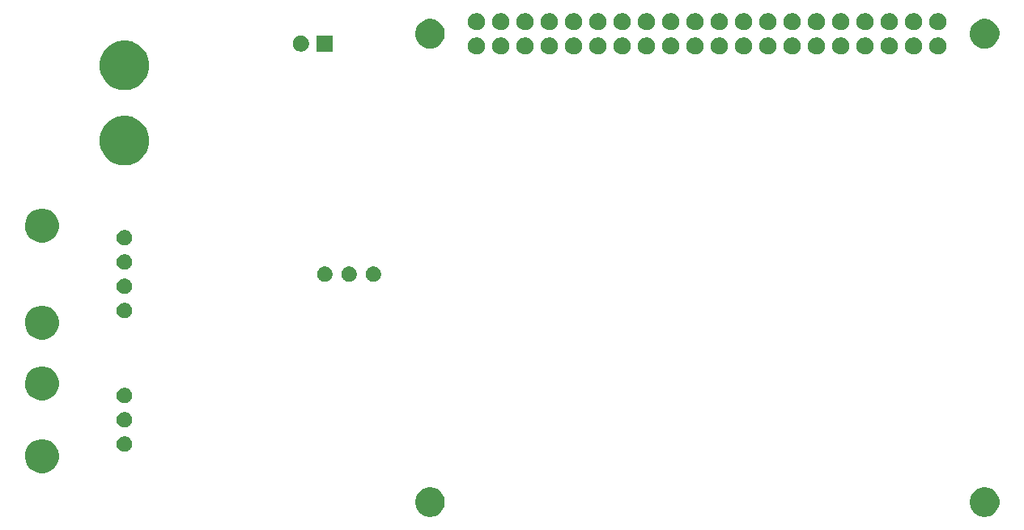
<source format=gbr>
G04 #@! TF.GenerationSoftware,KiCad,Pcbnew,(5.0.0)*
G04 #@! TF.CreationDate,2019-09-27T20:42:56-05:00*
G04 #@! TF.ProjectId,RaspberryPiBreakout_Hardware,5261737062657272795069427265616B,rev?*
G04 #@! TF.SameCoordinates,Original*
G04 #@! TF.FileFunction,Soldermask,Bot*
G04 #@! TF.FilePolarity,Negative*
%FSLAX46Y46*%
G04 Gerber Fmt 4.6, Leading zero omitted, Abs format (unit mm)*
G04 Created by KiCad (PCBNEW (5.0.0)) date 09/27/19 20:42:56*
%MOMM*%
%LPD*%
G01*
G04 APERTURE LIST*
%ADD10C,0.100000*%
G04 APERTURE END LIST*
D10*
G36*
X176672527Y-125212736D02*
X176772410Y-125232604D01*
X177054674Y-125349521D01*
X177308705Y-125519259D01*
X177524741Y-125735295D01*
X177694479Y-125989326D01*
X177811396Y-126271590D01*
X177871000Y-126571240D01*
X177871000Y-126876760D01*
X177811396Y-127176410D01*
X177694479Y-127458674D01*
X177524741Y-127712705D01*
X177308705Y-127928741D01*
X177054674Y-128098479D01*
X176772410Y-128215396D01*
X176672527Y-128235264D01*
X176472762Y-128275000D01*
X176167238Y-128275000D01*
X175967473Y-128235264D01*
X175867590Y-128215396D01*
X175585326Y-128098479D01*
X175331295Y-127928741D01*
X175115259Y-127712705D01*
X174945521Y-127458674D01*
X174828604Y-127176410D01*
X174769000Y-126876760D01*
X174769000Y-126571240D01*
X174828604Y-126271590D01*
X174945521Y-125989326D01*
X175115259Y-125735295D01*
X175331295Y-125519259D01*
X175585326Y-125349521D01*
X175867590Y-125232604D01*
X175967473Y-125212736D01*
X176167238Y-125173000D01*
X176472762Y-125173000D01*
X176672527Y-125212736D01*
X176672527Y-125212736D01*
G37*
G36*
X118672527Y-125212736D02*
X118772410Y-125232604D01*
X119054674Y-125349521D01*
X119308705Y-125519259D01*
X119524741Y-125735295D01*
X119694479Y-125989326D01*
X119811396Y-126271590D01*
X119871000Y-126571240D01*
X119871000Y-126876760D01*
X119811396Y-127176410D01*
X119694479Y-127458674D01*
X119524741Y-127712705D01*
X119308705Y-127928741D01*
X119054674Y-128098479D01*
X118772410Y-128215396D01*
X118672527Y-128235264D01*
X118472762Y-128275000D01*
X118167238Y-128275000D01*
X117967473Y-128235264D01*
X117867590Y-128215396D01*
X117585326Y-128098479D01*
X117331295Y-127928741D01*
X117115259Y-127712705D01*
X116945521Y-127458674D01*
X116828604Y-127176410D01*
X116769000Y-126876760D01*
X116769000Y-126571240D01*
X116828604Y-126271590D01*
X116945521Y-125989326D01*
X117115259Y-125735295D01*
X117331295Y-125519259D01*
X117585326Y-125349521D01*
X117867590Y-125232604D01*
X117967473Y-125212736D01*
X118167238Y-125173000D01*
X118472762Y-125173000D01*
X118672527Y-125212736D01*
X118672527Y-125212736D01*
G37*
G36*
X78242037Y-120212250D02*
X78242039Y-120212251D01*
X78242040Y-120212251D01*
X78565251Y-120346129D01*
X78565252Y-120346130D01*
X78856137Y-120540493D01*
X79103507Y-120787863D01*
X79103509Y-120787866D01*
X79297871Y-121078749D01*
X79418705Y-121370470D01*
X79431750Y-121401963D01*
X79443891Y-121463000D01*
X79500000Y-121745079D01*
X79500000Y-122094921D01*
X79431749Y-122438040D01*
X79297871Y-122761251D01*
X79297870Y-122761252D01*
X79103507Y-123052137D01*
X78856137Y-123299507D01*
X78856134Y-123299509D01*
X78565251Y-123493871D01*
X78242040Y-123627749D01*
X78242039Y-123627749D01*
X78242037Y-123627750D01*
X77898922Y-123696000D01*
X77549078Y-123696000D01*
X77205963Y-123627750D01*
X77205961Y-123627749D01*
X77205960Y-123627749D01*
X76882749Y-123493871D01*
X76591866Y-123299509D01*
X76591863Y-123299507D01*
X76344493Y-123052137D01*
X76150130Y-122761252D01*
X76150129Y-122761251D01*
X76016251Y-122438040D01*
X75948000Y-122094921D01*
X75948000Y-121745079D01*
X76004109Y-121463000D01*
X76016250Y-121401963D01*
X76029295Y-121370470D01*
X76150129Y-121078749D01*
X76344491Y-120787866D01*
X76344493Y-120787863D01*
X76591863Y-120540493D01*
X76882748Y-120346130D01*
X76882749Y-120346129D01*
X77205960Y-120212251D01*
X77205961Y-120212251D01*
X77205963Y-120212250D01*
X77549078Y-120144000D01*
X77898922Y-120144000D01*
X78242037Y-120212250D01*
X78242037Y-120212250D01*
G37*
G36*
X86597142Y-119868242D02*
X86745102Y-119929530D01*
X86878258Y-120018502D01*
X86991498Y-120131742D01*
X87080470Y-120264898D01*
X87141758Y-120412858D01*
X87173000Y-120569925D01*
X87173000Y-120730075D01*
X87141758Y-120887142D01*
X87080470Y-121035102D01*
X86991498Y-121168258D01*
X86878258Y-121281498D01*
X86745102Y-121370470D01*
X86597142Y-121431758D01*
X86440075Y-121463000D01*
X86279925Y-121463000D01*
X86122858Y-121431758D01*
X85974898Y-121370470D01*
X85841742Y-121281498D01*
X85728502Y-121168258D01*
X85639530Y-121035102D01*
X85578242Y-120887142D01*
X85547000Y-120730075D01*
X85547000Y-120569925D01*
X85578242Y-120412858D01*
X85639530Y-120264898D01*
X85728502Y-120131742D01*
X85841742Y-120018502D01*
X85974898Y-119929530D01*
X86122858Y-119868242D01*
X86279925Y-119837000D01*
X86440075Y-119837000D01*
X86597142Y-119868242D01*
X86597142Y-119868242D01*
G37*
G36*
X86597142Y-117328242D02*
X86745102Y-117389530D01*
X86878258Y-117478502D01*
X86991498Y-117591742D01*
X87080470Y-117724898D01*
X87141758Y-117872858D01*
X87173000Y-118029925D01*
X87173000Y-118190075D01*
X87141758Y-118347142D01*
X87080470Y-118495102D01*
X86991498Y-118628258D01*
X86878258Y-118741498D01*
X86745102Y-118830470D01*
X86597142Y-118891758D01*
X86440075Y-118923000D01*
X86279925Y-118923000D01*
X86122858Y-118891758D01*
X85974898Y-118830470D01*
X85841742Y-118741498D01*
X85728502Y-118628258D01*
X85639530Y-118495102D01*
X85578242Y-118347142D01*
X85547000Y-118190075D01*
X85547000Y-118029925D01*
X85578242Y-117872858D01*
X85639530Y-117724898D01*
X85728502Y-117591742D01*
X85841742Y-117478502D01*
X85974898Y-117389530D01*
X86122858Y-117328242D01*
X86279925Y-117297000D01*
X86440075Y-117297000D01*
X86597142Y-117328242D01*
X86597142Y-117328242D01*
G37*
G36*
X86597142Y-114788242D02*
X86745102Y-114849530D01*
X86878258Y-114938502D01*
X86991498Y-115051742D01*
X87080470Y-115184898D01*
X87141758Y-115332858D01*
X87173000Y-115489925D01*
X87173000Y-115650075D01*
X87141758Y-115807142D01*
X87080470Y-115955102D01*
X86991498Y-116088258D01*
X86878258Y-116201498D01*
X86745102Y-116290470D01*
X86597142Y-116351758D01*
X86440075Y-116383000D01*
X86279925Y-116383000D01*
X86122858Y-116351758D01*
X85974898Y-116290470D01*
X85841742Y-116201498D01*
X85728502Y-116088258D01*
X85639530Y-115955102D01*
X85578242Y-115807142D01*
X85547000Y-115650075D01*
X85547000Y-115489925D01*
X85578242Y-115332858D01*
X85639530Y-115184898D01*
X85728502Y-115051742D01*
X85841742Y-114938502D01*
X85974898Y-114849530D01*
X86122858Y-114788242D01*
X86279925Y-114757000D01*
X86440075Y-114757000D01*
X86597142Y-114788242D01*
X86597142Y-114788242D01*
G37*
G36*
X78242037Y-112592250D02*
X78242039Y-112592251D01*
X78242040Y-112592251D01*
X78565251Y-112726129D01*
X78565252Y-112726130D01*
X78856137Y-112920493D01*
X79103507Y-113167863D01*
X79103509Y-113167866D01*
X79297871Y-113458749D01*
X79431749Y-113781960D01*
X79431750Y-113781963D01*
X79500000Y-114125078D01*
X79500000Y-114474922D01*
X79437677Y-114788242D01*
X79431749Y-114818040D01*
X79297871Y-115141251D01*
X79169844Y-115332857D01*
X79103507Y-115432137D01*
X78856137Y-115679507D01*
X78856134Y-115679509D01*
X78565251Y-115873871D01*
X78242040Y-116007749D01*
X78242039Y-116007749D01*
X78242037Y-116007750D01*
X77898922Y-116076000D01*
X77549078Y-116076000D01*
X77205963Y-116007750D01*
X77205961Y-116007749D01*
X77205960Y-116007749D01*
X76882749Y-115873871D01*
X76591866Y-115679509D01*
X76591863Y-115679507D01*
X76344493Y-115432137D01*
X76278156Y-115332857D01*
X76150129Y-115141251D01*
X76016251Y-114818040D01*
X76010324Y-114788242D01*
X75948000Y-114474922D01*
X75948000Y-114125078D01*
X76016250Y-113781963D01*
X76016251Y-113781960D01*
X76150129Y-113458749D01*
X76344491Y-113167866D01*
X76344493Y-113167863D01*
X76591863Y-112920493D01*
X76882748Y-112726130D01*
X76882749Y-112726129D01*
X77205960Y-112592251D01*
X77205961Y-112592251D01*
X77205963Y-112592250D01*
X77549078Y-112524000D01*
X77898922Y-112524000D01*
X78242037Y-112592250D01*
X78242037Y-112592250D01*
G37*
G36*
X78242037Y-106242250D02*
X78242039Y-106242251D01*
X78242040Y-106242251D01*
X78565251Y-106376129D01*
X78565252Y-106376130D01*
X78856137Y-106570493D01*
X79103507Y-106817863D01*
X79103509Y-106817866D01*
X79297871Y-107108749D01*
X79418705Y-107400470D01*
X79431750Y-107431963D01*
X79443891Y-107493000D01*
X79500000Y-107775079D01*
X79500000Y-108124921D01*
X79431749Y-108468040D01*
X79297871Y-108791251D01*
X79297870Y-108791252D01*
X79103507Y-109082137D01*
X78856137Y-109329507D01*
X78856134Y-109329509D01*
X78565251Y-109523871D01*
X78242040Y-109657749D01*
X78242039Y-109657749D01*
X78242037Y-109657750D01*
X77898922Y-109726000D01*
X77549078Y-109726000D01*
X77205963Y-109657750D01*
X77205961Y-109657749D01*
X77205960Y-109657749D01*
X76882749Y-109523871D01*
X76591866Y-109329509D01*
X76591863Y-109329507D01*
X76344493Y-109082137D01*
X76150130Y-108791252D01*
X76150129Y-108791251D01*
X76016251Y-108468040D01*
X75948000Y-108124921D01*
X75948000Y-107775079D01*
X76004109Y-107493000D01*
X76016250Y-107431963D01*
X76029295Y-107400470D01*
X76150129Y-107108749D01*
X76344491Y-106817866D01*
X76344493Y-106817863D01*
X76591863Y-106570493D01*
X76882748Y-106376130D01*
X76882749Y-106376129D01*
X77205960Y-106242251D01*
X77205961Y-106242251D01*
X77205963Y-106242250D01*
X77549078Y-106174000D01*
X77898922Y-106174000D01*
X78242037Y-106242250D01*
X78242037Y-106242250D01*
G37*
G36*
X86597142Y-105898242D02*
X86745102Y-105959530D01*
X86878258Y-106048502D01*
X86991498Y-106161742D01*
X87080470Y-106294898D01*
X87141758Y-106442858D01*
X87173000Y-106599925D01*
X87173000Y-106760075D01*
X87141758Y-106917142D01*
X87080470Y-107065102D01*
X86991498Y-107198258D01*
X86878258Y-107311498D01*
X86745102Y-107400470D01*
X86597142Y-107461758D01*
X86440075Y-107493000D01*
X86279925Y-107493000D01*
X86122858Y-107461758D01*
X85974898Y-107400470D01*
X85841742Y-107311498D01*
X85728502Y-107198258D01*
X85639530Y-107065102D01*
X85578242Y-106917142D01*
X85547000Y-106760075D01*
X85547000Y-106599925D01*
X85578242Y-106442858D01*
X85639530Y-106294898D01*
X85728502Y-106161742D01*
X85841742Y-106048502D01*
X85974898Y-105959530D01*
X86122858Y-105898242D01*
X86279925Y-105867000D01*
X86440075Y-105867000D01*
X86597142Y-105898242D01*
X86597142Y-105898242D01*
G37*
G36*
X86597142Y-103358242D02*
X86745102Y-103419530D01*
X86812130Y-103464317D01*
X86878257Y-103508501D01*
X86991499Y-103621743D01*
X87011554Y-103651758D01*
X87080470Y-103754898D01*
X87141758Y-103902858D01*
X87173000Y-104059925D01*
X87173000Y-104220075D01*
X87141758Y-104377142D01*
X87080470Y-104525102D01*
X86991498Y-104658258D01*
X86878258Y-104771498D01*
X86745102Y-104860470D01*
X86597142Y-104921758D01*
X86440075Y-104953000D01*
X86279925Y-104953000D01*
X86122858Y-104921758D01*
X85974898Y-104860470D01*
X85841742Y-104771498D01*
X85728502Y-104658258D01*
X85639530Y-104525102D01*
X85578242Y-104377142D01*
X85547000Y-104220075D01*
X85547000Y-104059925D01*
X85578242Y-103902858D01*
X85639530Y-103754898D01*
X85708446Y-103651758D01*
X85728501Y-103621743D01*
X85841743Y-103508501D01*
X85907870Y-103464317D01*
X85974898Y-103419530D01*
X86122858Y-103358242D01*
X86279925Y-103327000D01*
X86440075Y-103327000D01*
X86597142Y-103358242D01*
X86597142Y-103358242D01*
G37*
G36*
X112632142Y-102088242D02*
X112780102Y-102149530D01*
X112847130Y-102194317D01*
X112913257Y-102238501D01*
X113026499Y-102351743D01*
X113046554Y-102381758D01*
X113115470Y-102484898D01*
X113176758Y-102632858D01*
X113208000Y-102789925D01*
X113208000Y-102950075D01*
X113176758Y-103107142D01*
X113129354Y-103221583D01*
X113115471Y-103255100D01*
X113026499Y-103388257D01*
X112913257Y-103501499D01*
X112902776Y-103508502D01*
X112780102Y-103590470D01*
X112632142Y-103651758D01*
X112475075Y-103683000D01*
X112314925Y-103683000D01*
X112157858Y-103651758D01*
X112009898Y-103590470D01*
X111887224Y-103508502D01*
X111876743Y-103501499D01*
X111763501Y-103388257D01*
X111674529Y-103255100D01*
X111660646Y-103221583D01*
X111613242Y-103107142D01*
X111582000Y-102950075D01*
X111582000Y-102789925D01*
X111613242Y-102632858D01*
X111674530Y-102484898D01*
X111743446Y-102381758D01*
X111763501Y-102351743D01*
X111876743Y-102238501D01*
X111942870Y-102194317D01*
X112009898Y-102149530D01*
X112157858Y-102088242D01*
X112314925Y-102057000D01*
X112475075Y-102057000D01*
X112632142Y-102088242D01*
X112632142Y-102088242D01*
G37*
G36*
X107552142Y-102088242D02*
X107700102Y-102149530D01*
X107767130Y-102194317D01*
X107833257Y-102238501D01*
X107946499Y-102351743D01*
X107966554Y-102381758D01*
X108035470Y-102484898D01*
X108096758Y-102632858D01*
X108128000Y-102789925D01*
X108128000Y-102950075D01*
X108096758Y-103107142D01*
X108049354Y-103221583D01*
X108035471Y-103255100D01*
X107946499Y-103388257D01*
X107833257Y-103501499D01*
X107822776Y-103508502D01*
X107700102Y-103590470D01*
X107552142Y-103651758D01*
X107395075Y-103683000D01*
X107234925Y-103683000D01*
X107077858Y-103651758D01*
X106929898Y-103590470D01*
X106807224Y-103508502D01*
X106796743Y-103501499D01*
X106683501Y-103388257D01*
X106594529Y-103255100D01*
X106580646Y-103221583D01*
X106533242Y-103107142D01*
X106502000Y-102950075D01*
X106502000Y-102789925D01*
X106533242Y-102632858D01*
X106594530Y-102484898D01*
X106663446Y-102381758D01*
X106683501Y-102351743D01*
X106796743Y-102238501D01*
X106862870Y-102194317D01*
X106929898Y-102149530D01*
X107077858Y-102088242D01*
X107234925Y-102057000D01*
X107395075Y-102057000D01*
X107552142Y-102088242D01*
X107552142Y-102088242D01*
G37*
G36*
X110092142Y-102088242D02*
X110240102Y-102149530D01*
X110307130Y-102194317D01*
X110373257Y-102238501D01*
X110486499Y-102351743D01*
X110506554Y-102381758D01*
X110575470Y-102484898D01*
X110636758Y-102632858D01*
X110668000Y-102789925D01*
X110668000Y-102950075D01*
X110636758Y-103107142D01*
X110589354Y-103221583D01*
X110575471Y-103255100D01*
X110486499Y-103388257D01*
X110373257Y-103501499D01*
X110362776Y-103508502D01*
X110240102Y-103590470D01*
X110092142Y-103651758D01*
X109935075Y-103683000D01*
X109774925Y-103683000D01*
X109617858Y-103651758D01*
X109469898Y-103590470D01*
X109347224Y-103508502D01*
X109336743Y-103501499D01*
X109223501Y-103388257D01*
X109134529Y-103255100D01*
X109120646Y-103221583D01*
X109073242Y-103107142D01*
X109042000Y-102950075D01*
X109042000Y-102789925D01*
X109073242Y-102632858D01*
X109134530Y-102484898D01*
X109203446Y-102381758D01*
X109223501Y-102351743D01*
X109336743Y-102238501D01*
X109402870Y-102194317D01*
X109469898Y-102149530D01*
X109617858Y-102088242D01*
X109774925Y-102057000D01*
X109935075Y-102057000D01*
X110092142Y-102088242D01*
X110092142Y-102088242D01*
G37*
G36*
X86597142Y-100818242D02*
X86745102Y-100879530D01*
X86878258Y-100968502D01*
X86991498Y-101081742D01*
X87080470Y-101214898D01*
X87141758Y-101362858D01*
X87173000Y-101519925D01*
X87173000Y-101680075D01*
X87141758Y-101837142D01*
X87094354Y-101951583D01*
X87080471Y-101985100D01*
X86991499Y-102118257D01*
X86878257Y-102231499D01*
X86867776Y-102238502D01*
X86745102Y-102320470D01*
X86597142Y-102381758D01*
X86440075Y-102413000D01*
X86279925Y-102413000D01*
X86122858Y-102381758D01*
X85974898Y-102320470D01*
X85852224Y-102238502D01*
X85841743Y-102231499D01*
X85728501Y-102118257D01*
X85639529Y-101985100D01*
X85625646Y-101951583D01*
X85578242Y-101837142D01*
X85547000Y-101680075D01*
X85547000Y-101519925D01*
X85578242Y-101362858D01*
X85639530Y-101214898D01*
X85728502Y-101081742D01*
X85841742Y-100968502D01*
X85974898Y-100879530D01*
X86122858Y-100818242D01*
X86279925Y-100787000D01*
X86440075Y-100787000D01*
X86597142Y-100818242D01*
X86597142Y-100818242D01*
G37*
G36*
X86597142Y-98278242D02*
X86745102Y-98339530D01*
X86878258Y-98428502D01*
X86991498Y-98541742D01*
X87080470Y-98674898D01*
X87141758Y-98822858D01*
X87173000Y-98979925D01*
X87173000Y-99140075D01*
X87141758Y-99297142D01*
X87080470Y-99445102D01*
X86991498Y-99578258D01*
X86878258Y-99691498D01*
X86745102Y-99780470D01*
X86597142Y-99841758D01*
X86440075Y-99873000D01*
X86279925Y-99873000D01*
X86122858Y-99841758D01*
X85974898Y-99780470D01*
X85841742Y-99691498D01*
X85728502Y-99578258D01*
X85639530Y-99445102D01*
X85578242Y-99297142D01*
X85547000Y-99140075D01*
X85547000Y-98979925D01*
X85578242Y-98822858D01*
X85639530Y-98674898D01*
X85728502Y-98541742D01*
X85841742Y-98428502D01*
X85974898Y-98339530D01*
X86122858Y-98278242D01*
X86279925Y-98247000D01*
X86440075Y-98247000D01*
X86597142Y-98278242D01*
X86597142Y-98278242D01*
G37*
G36*
X78242037Y-96082250D02*
X78242039Y-96082251D01*
X78242040Y-96082251D01*
X78565251Y-96216129D01*
X78565252Y-96216130D01*
X78856137Y-96410493D01*
X79103507Y-96657863D01*
X79103509Y-96657866D01*
X79297871Y-96948749D01*
X79431749Y-97271960D01*
X79431750Y-97271963D01*
X79500000Y-97615078D01*
X79500000Y-97964922D01*
X79437677Y-98278242D01*
X79431749Y-98308040D01*
X79297871Y-98631251D01*
X79169844Y-98822857D01*
X79103507Y-98922137D01*
X78856137Y-99169507D01*
X78856134Y-99169509D01*
X78565251Y-99363871D01*
X78242040Y-99497749D01*
X78242039Y-99497749D01*
X78242037Y-99497750D01*
X77898922Y-99566000D01*
X77549078Y-99566000D01*
X77205963Y-99497750D01*
X77205961Y-99497749D01*
X77205960Y-99497749D01*
X76882749Y-99363871D01*
X76591866Y-99169509D01*
X76591863Y-99169507D01*
X76344493Y-98922137D01*
X76278156Y-98822857D01*
X76150129Y-98631251D01*
X76016251Y-98308040D01*
X76010324Y-98278242D01*
X75948000Y-97964922D01*
X75948000Y-97615078D01*
X76016250Y-97271963D01*
X76016251Y-97271960D01*
X76150129Y-96948749D01*
X76344491Y-96657866D01*
X76344493Y-96657863D01*
X76591863Y-96410493D01*
X76882748Y-96216130D01*
X76882749Y-96216129D01*
X77205960Y-96082251D01*
X77205961Y-96082251D01*
X77205963Y-96082250D01*
X77549078Y-96014000D01*
X77898922Y-96014000D01*
X78242037Y-96082250D01*
X78242037Y-96082250D01*
G37*
G36*
X86948908Y-86375380D02*
X87115767Y-86408570D01*
X87587299Y-86603885D01*
X88008803Y-86885526D01*
X88011669Y-86887441D01*
X88372559Y-87248331D01*
X88372561Y-87248334D01*
X88656115Y-87672701D01*
X88851430Y-88144233D01*
X88951000Y-88644809D01*
X88951000Y-89155191D01*
X88851430Y-89655767D01*
X88656115Y-90127299D01*
X88374474Y-90548803D01*
X88372559Y-90551669D01*
X88011669Y-90912559D01*
X88011666Y-90912561D01*
X87587299Y-91196115D01*
X87115767Y-91391430D01*
X86948908Y-91424620D01*
X86615193Y-91491000D01*
X86104807Y-91491000D01*
X85771092Y-91424620D01*
X85604233Y-91391430D01*
X85132701Y-91196115D01*
X84708334Y-90912561D01*
X84708331Y-90912559D01*
X84347441Y-90551669D01*
X84345526Y-90548803D01*
X84063885Y-90127299D01*
X83868570Y-89655767D01*
X83769000Y-89155191D01*
X83769000Y-88644809D01*
X83868570Y-88144233D01*
X84063885Y-87672701D01*
X84347439Y-87248334D01*
X84347441Y-87248331D01*
X84708331Y-86887441D01*
X84711197Y-86885526D01*
X85132701Y-86603885D01*
X85604233Y-86408570D01*
X85771092Y-86375380D01*
X86104807Y-86309000D01*
X86615193Y-86309000D01*
X86948908Y-86375380D01*
X86948908Y-86375380D01*
G37*
G36*
X86948908Y-78501380D02*
X87115767Y-78534570D01*
X87587299Y-78729885D01*
X87884902Y-78928738D01*
X88011669Y-79013441D01*
X88372559Y-79374331D01*
X88372561Y-79374334D01*
X88656115Y-79798701D01*
X88851430Y-80270233D01*
X88951000Y-80770809D01*
X88951000Y-81281191D01*
X88851430Y-81781767D01*
X88656115Y-82253299D01*
X88374474Y-82674803D01*
X88372559Y-82677669D01*
X88011669Y-83038559D01*
X88011666Y-83038561D01*
X87587299Y-83322115D01*
X87115767Y-83517430D01*
X86948908Y-83550620D01*
X86615193Y-83617000D01*
X86104807Y-83617000D01*
X85771092Y-83550620D01*
X85604233Y-83517430D01*
X85132701Y-83322115D01*
X84708334Y-83038561D01*
X84708331Y-83038559D01*
X84347441Y-82677669D01*
X84345526Y-82674803D01*
X84063885Y-82253299D01*
X83868570Y-81781767D01*
X83769000Y-81281191D01*
X83769000Y-80770809D01*
X83868570Y-80270233D01*
X84063885Y-79798701D01*
X84347439Y-79374334D01*
X84347441Y-79374331D01*
X84708331Y-79013441D01*
X84835098Y-78928738D01*
X85132701Y-78729885D01*
X85604233Y-78534570D01*
X85771092Y-78501380D01*
X86104807Y-78435000D01*
X86615193Y-78435000D01*
X86948908Y-78501380D01*
X86948908Y-78501380D01*
G37*
G36*
X123452812Y-78127624D02*
X123616784Y-78195544D01*
X123764354Y-78294147D01*
X123889853Y-78419646D01*
X123988456Y-78567216D01*
X124056376Y-78731188D01*
X124091000Y-78905259D01*
X124091000Y-79082741D01*
X124056376Y-79256812D01*
X123988456Y-79420784D01*
X123889853Y-79568354D01*
X123764354Y-79693853D01*
X123616784Y-79792456D01*
X123452812Y-79860376D01*
X123278741Y-79895000D01*
X123101259Y-79895000D01*
X122927188Y-79860376D01*
X122763216Y-79792456D01*
X122615646Y-79693853D01*
X122490147Y-79568354D01*
X122391544Y-79420784D01*
X122323624Y-79256812D01*
X122289000Y-79082741D01*
X122289000Y-78905259D01*
X122323624Y-78731188D01*
X122391544Y-78567216D01*
X122490147Y-78419646D01*
X122615646Y-78294147D01*
X122763216Y-78195544D01*
X122927188Y-78127624D01*
X123101259Y-78093000D01*
X123278741Y-78093000D01*
X123452812Y-78127624D01*
X123452812Y-78127624D01*
G37*
G36*
X143772812Y-78127624D02*
X143936784Y-78195544D01*
X144084354Y-78294147D01*
X144209853Y-78419646D01*
X144308456Y-78567216D01*
X144376376Y-78731188D01*
X144411000Y-78905259D01*
X144411000Y-79082741D01*
X144376376Y-79256812D01*
X144308456Y-79420784D01*
X144209853Y-79568354D01*
X144084354Y-79693853D01*
X143936784Y-79792456D01*
X143772812Y-79860376D01*
X143598741Y-79895000D01*
X143421259Y-79895000D01*
X143247188Y-79860376D01*
X143083216Y-79792456D01*
X142935646Y-79693853D01*
X142810147Y-79568354D01*
X142711544Y-79420784D01*
X142643624Y-79256812D01*
X142609000Y-79082741D01*
X142609000Y-78905259D01*
X142643624Y-78731188D01*
X142711544Y-78567216D01*
X142810147Y-78419646D01*
X142935646Y-78294147D01*
X143083216Y-78195544D01*
X143247188Y-78127624D01*
X143421259Y-78093000D01*
X143598741Y-78093000D01*
X143772812Y-78127624D01*
X143772812Y-78127624D01*
G37*
G36*
X138692812Y-78127624D02*
X138856784Y-78195544D01*
X139004354Y-78294147D01*
X139129853Y-78419646D01*
X139228456Y-78567216D01*
X139296376Y-78731188D01*
X139331000Y-78905259D01*
X139331000Y-79082741D01*
X139296376Y-79256812D01*
X139228456Y-79420784D01*
X139129853Y-79568354D01*
X139004354Y-79693853D01*
X138856784Y-79792456D01*
X138692812Y-79860376D01*
X138518741Y-79895000D01*
X138341259Y-79895000D01*
X138167188Y-79860376D01*
X138003216Y-79792456D01*
X137855646Y-79693853D01*
X137730147Y-79568354D01*
X137631544Y-79420784D01*
X137563624Y-79256812D01*
X137529000Y-79082741D01*
X137529000Y-78905259D01*
X137563624Y-78731188D01*
X137631544Y-78567216D01*
X137730147Y-78419646D01*
X137855646Y-78294147D01*
X138003216Y-78195544D01*
X138167188Y-78127624D01*
X138341259Y-78093000D01*
X138518741Y-78093000D01*
X138692812Y-78127624D01*
X138692812Y-78127624D01*
G37*
G36*
X171712812Y-78127624D02*
X171876784Y-78195544D01*
X172024354Y-78294147D01*
X172149853Y-78419646D01*
X172248456Y-78567216D01*
X172316376Y-78731188D01*
X172351000Y-78905259D01*
X172351000Y-79082741D01*
X172316376Y-79256812D01*
X172248456Y-79420784D01*
X172149853Y-79568354D01*
X172024354Y-79693853D01*
X171876784Y-79792456D01*
X171712812Y-79860376D01*
X171538741Y-79895000D01*
X171361259Y-79895000D01*
X171187188Y-79860376D01*
X171023216Y-79792456D01*
X170875646Y-79693853D01*
X170750147Y-79568354D01*
X170651544Y-79420784D01*
X170583624Y-79256812D01*
X170549000Y-79082741D01*
X170549000Y-78905259D01*
X170583624Y-78731188D01*
X170651544Y-78567216D01*
X170750147Y-78419646D01*
X170875646Y-78294147D01*
X171023216Y-78195544D01*
X171187188Y-78127624D01*
X171361259Y-78093000D01*
X171538741Y-78093000D01*
X171712812Y-78127624D01*
X171712812Y-78127624D01*
G37*
G36*
X136152812Y-78127624D02*
X136316784Y-78195544D01*
X136464354Y-78294147D01*
X136589853Y-78419646D01*
X136688456Y-78567216D01*
X136756376Y-78731188D01*
X136791000Y-78905259D01*
X136791000Y-79082741D01*
X136756376Y-79256812D01*
X136688456Y-79420784D01*
X136589853Y-79568354D01*
X136464354Y-79693853D01*
X136316784Y-79792456D01*
X136152812Y-79860376D01*
X135978741Y-79895000D01*
X135801259Y-79895000D01*
X135627188Y-79860376D01*
X135463216Y-79792456D01*
X135315646Y-79693853D01*
X135190147Y-79568354D01*
X135091544Y-79420784D01*
X135023624Y-79256812D01*
X134989000Y-79082741D01*
X134989000Y-78905259D01*
X135023624Y-78731188D01*
X135091544Y-78567216D01*
X135190147Y-78419646D01*
X135315646Y-78294147D01*
X135463216Y-78195544D01*
X135627188Y-78127624D01*
X135801259Y-78093000D01*
X135978741Y-78093000D01*
X136152812Y-78127624D01*
X136152812Y-78127624D01*
G37*
G36*
X133612812Y-78127624D02*
X133776784Y-78195544D01*
X133924354Y-78294147D01*
X134049853Y-78419646D01*
X134148456Y-78567216D01*
X134216376Y-78731188D01*
X134251000Y-78905259D01*
X134251000Y-79082741D01*
X134216376Y-79256812D01*
X134148456Y-79420784D01*
X134049853Y-79568354D01*
X133924354Y-79693853D01*
X133776784Y-79792456D01*
X133612812Y-79860376D01*
X133438741Y-79895000D01*
X133261259Y-79895000D01*
X133087188Y-79860376D01*
X132923216Y-79792456D01*
X132775646Y-79693853D01*
X132650147Y-79568354D01*
X132551544Y-79420784D01*
X132483624Y-79256812D01*
X132449000Y-79082741D01*
X132449000Y-78905259D01*
X132483624Y-78731188D01*
X132551544Y-78567216D01*
X132650147Y-78419646D01*
X132775646Y-78294147D01*
X132923216Y-78195544D01*
X133087188Y-78127624D01*
X133261259Y-78093000D01*
X133438741Y-78093000D01*
X133612812Y-78127624D01*
X133612812Y-78127624D01*
G37*
G36*
X131072812Y-78127624D02*
X131236784Y-78195544D01*
X131384354Y-78294147D01*
X131509853Y-78419646D01*
X131608456Y-78567216D01*
X131676376Y-78731188D01*
X131711000Y-78905259D01*
X131711000Y-79082741D01*
X131676376Y-79256812D01*
X131608456Y-79420784D01*
X131509853Y-79568354D01*
X131384354Y-79693853D01*
X131236784Y-79792456D01*
X131072812Y-79860376D01*
X130898741Y-79895000D01*
X130721259Y-79895000D01*
X130547188Y-79860376D01*
X130383216Y-79792456D01*
X130235646Y-79693853D01*
X130110147Y-79568354D01*
X130011544Y-79420784D01*
X129943624Y-79256812D01*
X129909000Y-79082741D01*
X129909000Y-78905259D01*
X129943624Y-78731188D01*
X130011544Y-78567216D01*
X130110147Y-78419646D01*
X130235646Y-78294147D01*
X130383216Y-78195544D01*
X130547188Y-78127624D01*
X130721259Y-78093000D01*
X130898741Y-78093000D01*
X131072812Y-78127624D01*
X131072812Y-78127624D01*
G37*
G36*
X146312812Y-78127624D02*
X146476784Y-78195544D01*
X146624354Y-78294147D01*
X146749853Y-78419646D01*
X146848456Y-78567216D01*
X146916376Y-78731188D01*
X146951000Y-78905259D01*
X146951000Y-79082741D01*
X146916376Y-79256812D01*
X146848456Y-79420784D01*
X146749853Y-79568354D01*
X146624354Y-79693853D01*
X146476784Y-79792456D01*
X146312812Y-79860376D01*
X146138741Y-79895000D01*
X145961259Y-79895000D01*
X145787188Y-79860376D01*
X145623216Y-79792456D01*
X145475646Y-79693853D01*
X145350147Y-79568354D01*
X145251544Y-79420784D01*
X145183624Y-79256812D01*
X145149000Y-79082741D01*
X145149000Y-78905259D01*
X145183624Y-78731188D01*
X145251544Y-78567216D01*
X145350147Y-78419646D01*
X145475646Y-78294147D01*
X145623216Y-78195544D01*
X145787188Y-78127624D01*
X145961259Y-78093000D01*
X146138741Y-78093000D01*
X146312812Y-78127624D01*
X146312812Y-78127624D01*
G37*
G36*
X128532812Y-78127624D02*
X128696784Y-78195544D01*
X128844354Y-78294147D01*
X128969853Y-78419646D01*
X129068456Y-78567216D01*
X129136376Y-78731188D01*
X129171000Y-78905259D01*
X129171000Y-79082741D01*
X129136376Y-79256812D01*
X129068456Y-79420784D01*
X128969853Y-79568354D01*
X128844354Y-79693853D01*
X128696784Y-79792456D01*
X128532812Y-79860376D01*
X128358741Y-79895000D01*
X128181259Y-79895000D01*
X128007188Y-79860376D01*
X127843216Y-79792456D01*
X127695646Y-79693853D01*
X127570147Y-79568354D01*
X127471544Y-79420784D01*
X127403624Y-79256812D01*
X127369000Y-79082741D01*
X127369000Y-78905259D01*
X127403624Y-78731188D01*
X127471544Y-78567216D01*
X127570147Y-78419646D01*
X127695646Y-78294147D01*
X127843216Y-78195544D01*
X128007188Y-78127624D01*
X128181259Y-78093000D01*
X128358741Y-78093000D01*
X128532812Y-78127624D01*
X128532812Y-78127624D01*
G37*
G36*
X169172812Y-78127624D02*
X169336784Y-78195544D01*
X169484354Y-78294147D01*
X169609853Y-78419646D01*
X169708456Y-78567216D01*
X169776376Y-78731188D01*
X169811000Y-78905259D01*
X169811000Y-79082741D01*
X169776376Y-79256812D01*
X169708456Y-79420784D01*
X169609853Y-79568354D01*
X169484354Y-79693853D01*
X169336784Y-79792456D01*
X169172812Y-79860376D01*
X168998741Y-79895000D01*
X168821259Y-79895000D01*
X168647188Y-79860376D01*
X168483216Y-79792456D01*
X168335646Y-79693853D01*
X168210147Y-79568354D01*
X168111544Y-79420784D01*
X168043624Y-79256812D01*
X168009000Y-79082741D01*
X168009000Y-78905259D01*
X168043624Y-78731188D01*
X168111544Y-78567216D01*
X168210147Y-78419646D01*
X168335646Y-78294147D01*
X168483216Y-78195544D01*
X168647188Y-78127624D01*
X168821259Y-78093000D01*
X168998741Y-78093000D01*
X169172812Y-78127624D01*
X169172812Y-78127624D01*
G37*
G36*
X125992812Y-78127624D02*
X126156784Y-78195544D01*
X126304354Y-78294147D01*
X126429853Y-78419646D01*
X126528456Y-78567216D01*
X126596376Y-78731188D01*
X126631000Y-78905259D01*
X126631000Y-79082741D01*
X126596376Y-79256812D01*
X126528456Y-79420784D01*
X126429853Y-79568354D01*
X126304354Y-79693853D01*
X126156784Y-79792456D01*
X125992812Y-79860376D01*
X125818741Y-79895000D01*
X125641259Y-79895000D01*
X125467188Y-79860376D01*
X125303216Y-79792456D01*
X125155646Y-79693853D01*
X125030147Y-79568354D01*
X124931544Y-79420784D01*
X124863624Y-79256812D01*
X124829000Y-79082741D01*
X124829000Y-78905259D01*
X124863624Y-78731188D01*
X124931544Y-78567216D01*
X125030147Y-78419646D01*
X125155646Y-78294147D01*
X125303216Y-78195544D01*
X125467188Y-78127624D01*
X125641259Y-78093000D01*
X125818741Y-78093000D01*
X125992812Y-78127624D01*
X125992812Y-78127624D01*
G37*
G36*
X166632812Y-78127624D02*
X166796784Y-78195544D01*
X166944354Y-78294147D01*
X167069853Y-78419646D01*
X167168456Y-78567216D01*
X167236376Y-78731188D01*
X167271000Y-78905259D01*
X167271000Y-79082741D01*
X167236376Y-79256812D01*
X167168456Y-79420784D01*
X167069853Y-79568354D01*
X166944354Y-79693853D01*
X166796784Y-79792456D01*
X166632812Y-79860376D01*
X166458741Y-79895000D01*
X166281259Y-79895000D01*
X166107188Y-79860376D01*
X165943216Y-79792456D01*
X165795646Y-79693853D01*
X165670147Y-79568354D01*
X165571544Y-79420784D01*
X165503624Y-79256812D01*
X165469000Y-79082741D01*
X165469000Y-78905259D01*
X165503624Y-78731188D01*
X165571544Y-78567216D01*
X165670147Y-78419646D01*
X165795646Y-78294147D01*
X165943216Y-78195544D01*
X166107188Y-78127624D01*
X166281259Y-78093000D01*
X166458741Y-78093000D01*
X166632812Y-78127624D01*
X166632812Y-78127624D01*
G37*
G36*
X151392812Y-78127624D02*
X151556784Y-78195544D01*
X151704354Y-78294147D01*
X151829853Y-78419646D01*
X151928456Y-78567216D01*
X151996376Y-78731188D01*
X152031000Y-78905259D01*
X152031000Y-79082741D01*
X151996376Y-79256812D01*
X151928456Y-79420784D01*
X151829853Y-79568354D01*
X151704354Y-79693853D01*
X151556784Y-79792456D01*
X151392812Y-79860376D01*
X151218741Y-79895000D01*
X151041259Y-79895000D01*
X150867188Y-79860376D01*
X150703216Y-79792456D01*
X150555646Y-79693853D01*
X150430147Y-79568354D01*
X150331544Y-79420784D01*
X150263624Y-79256812D01*
X150229000Y-79082741D01*
X150229000Y-78905259D01*
X150263624Y-78731188D01*
X150331544Y-78567216D01*
X150430147Y-78419646D01*
X150555646Y-78294147D01*
X150703216Y-78195544D01*
X150867188Y-78127624D01*
X151041259Y-78093000D01*
X151218741Y-78093000D01*
X151392812Y-78127624D01*
X151392812Y-78127624D01*
G37*
G36*
X164092812Y-78127624D02*
X164256784Y-78195544D01*
X164404354Y-78294147D01*
X164529853Y-78419646D01*
X164628456Y-78567216D01*
X164696376Y-78731188D01*
X164731000Y-78905259D01*
X164731000Y-79082741D01*
X164696376Y-79256812D01*
X164628456Y-79420784D01*
X164529853Y-79568354D01*
X164404354Y-79693853D01*
X164256784Y-79792456D01*
X164092812Y-79860376D01*
X163918741Y-79895000D01*
X163741259Y-79895000D01*
X163567188Y-79860376D01*
X163403216Y-79792456D01*
X163255646Y-79693853D01*
X163130147Y-79568354D01*
X163031544Y-79420784D01*
X162963624Y-79256812D01*
X162929000Y-79082741D01*
X162929000Y-78905259D01*
X162963624Y-78731188D01*
X163031544Y-78567216D01*
X163130147Y-78419646D01*
X163255646Y-78294147D01*
X163403216Y-78195544D01*
X163567188Y-78127624D01*
X163741259Y-78093000D01*
X163918741Y-78093000D01*
X164092812Y-78127624D01*
X164092812Y-78127624D01*
G37*
G36*
X153932812Y-78127624D02*
X154096784Y-78195544D01*
X154244354Y-78294147D01*
X154369853Y-78419646D01*
X154468456Y-78567216D01*
X154536376Y-78731188D01*
X154571000Y-78905259D01*
X154571000Y-79082741D01*
X154536376Y-79256812D01*
X154468456Y-79420784D01*
X154369853Y-79568354D01*
X154244354Y-79693853D01*
X154096784Y-79792456D01*
X153932812Y-79860376D01*
X153758741Y-79895000D01*
X153581259Y-79895000D01*
X153407188Y-79860376D01*
X153243216Y-79792456D01*
X153095646Y-79693853D01*
X152970147Y-79568354D01*
X152871544Y-79420784D01*
X152803624Y-79256812D01*
X152769000Y-79082741D01*
X152769000Y-78905259D01*
X152803624Y-78731188D01*
X152871544Y-78567216D01*
X152970147Y-78419646D01*
X153095646Y-78294147D01*
X153243216Y-78195544D01*
X153407188Y-78127624D01*
X153581259Y-78093000D01*
X153758741Y-78093000D01*
X153932812Y-78127624D01*
X153932812Y-78127624D01*
G37*
G36*
X161552812Y-78127624D02*
X161716784Y-78195544D01*
X161864354Y-78294147D01*
X161989853Y-78419646D01*
X162088456Y-78567216D01*
X162156376Y-78731188D01*
X162191000Y-78905259D01*
X162191000Y-79082741D01*
X162156376Y-79256812D01*
X162088456Y-79420784D01*
X161989853Y-79568354D01*
X161864354Y-79693853D01*
X161716784Y-79792456D01*
X161552812Y-79860376D01*
X161378741Y-79895000D01*
X161201259Y-79895000D01*
X161027188Y-79860376D01*
X160863216Y-79792456D01*
X160715646Y-79693853D01*
X160590147Y-79568354D01*
X160491544Y-79420784D01*
X160423624Y-79256812D01*
X160389000Y-79082741D01*
X160389000Y-78905259D01*
X160423624Y-78731188D01*
X160491544Y-78567216D01*
X160590147Y-78419646D01*
X160715646Y-78294147D01*
X160863216Y-78195544D01*
X161027188Y-78127624D01*
X161201259Y-78093000D01*
X161378741Y-78093000D01*
X161552812Y-78127624D01*
X161552812Y-78127624D01*
G37*
G36*
X156472812Y-78127624D02*
X156636784Y-78195544D01*
X156784354Y-78294147D01*
X156909853Y-78419646D01*
X157008456Y-78567216D01*
X157076376Y-78731188D01*
X157111000Y-78905259D01*
X157111000Y-79082741D01*
X157076376Y-79256812D01*
X157008456Y-79420784D01*
X156909853Y-79568354D01*
X156784354Y-79693853D01*
X156636784Y-79792456D01*
X156472812Y-79860376D01*
X156298741Y-79895000D01*
X156121259Y-79895000D01*
X155947188Y-79860376D01*
X155783216Y-79792456D01*
X155635646Y-79693853D01*
X155510147Y-79568354D01*
X155411544Y-79420784D01*
X155343624Y-79256812D01*
X155309000Y-79082741D01*
X155309000Y-78905259D01*
X155343624Y-78731188D01*
X155411544Y-78567216D01*
X155510147Y-78419646D01*
X155635646Y-78294147D01*
X155783216Y-78195544D01*
X155947188Y-78127624D01*
X156121259Y-78093000D01*
X156298741Y-78093000D01*
X156472812Y-78127624D01*
X156472812Y-78127624D01*
G37*
G36*
X159012812Y-78127624D02*
X159176784Y-78195544D01*
X159324354Y-78294147D01*
X159449853Y-78419646D01*
X159548456Y-78567216D01*
X159616376Y-78731188D01*
X159651000Y-78905259D01*
X159651000Y-79082741D01*
X159616376Y-79256812D01*
X159548456Y-79420784D01*
X159449853Y-79568354D01*
X159324354Y-79693853D01*
X159176784Y-79792456D01*
X159012812Y-79860376D01*
X158838741Y-79895000D01*
X158661259Y-79895000D01*
X158487188Y-79860376D01*
X158323216Y-79792456D01*
X158175646Y-79693853D01*
X158050147Y-79568354D01*
X157951544Y-79420784D01*
X157883624Y-79256812D01*
X157849000Y-79082741D01*
X157849000Y-78905259D01*
X157883624Y-78731188D01*
X157951544Y-78567216D01*
X158050147Y-78419646D01*
X158175646Y-78294147D01*
X158323216Y-78195544D01*
X158487188Y-78127624D01*
X158661259Y-78093000D01*
X158838741Y-78093000D01*
X159012812Y-78127624D01*
X159012812Y-78127624D01*
G37*
G36*
X148852812Y-78127624D02*
X149016784Y-78195544D01*
X149164354Y-78294147D01*
X149289853Y-78419646D01*
X149388456Y-78567216D01*
X149456376Y-78731188D01*
X149491000Y-78905259D01*
X149491000Y-79082741D01*
X149456376Y-79256812D01*
X149388456Y-79420784D01*
X149289853Y-79568354D01*
X149164354Y-79693853D01*
X149016784Y-79792456D01*
X148852812Y-79860376D01*
X148678741Y-79895000D01*
X148501259Y-79895000D01*
X148327188Y-79860376D01*
X148163216Y-79792456D01*
X148015646Y-79693853D01*
X147890147Y-79568354D01*
X147791544Y-79420784D01*
X147723624Y-79256812D01*
X147689000Y-79082741D01*
X147689000Y-78905259D01*
X147723624Y-78731188D01*
X147791544Y-78567216D01*
X147890147Y-78419646D01*
X148015646Y-78294147D01*
X148163216Y-78195544D01*
X148327188Y-78127624D01*
X148501259Y-78093000D01*
X148678741Y-78093000D01*
X148852812Y-78127624D01*
X148852812Y-78127624D01*
G37*
G36*
X141232812Y-78127624D02*
X141396784Y-78195544D01*
X141544354Y-78294147D01*
X141669853Y-78419646D01*
X141768456Y-78567216D01*
X141836376Y-78731188D01*
X141871000Y-78905259D01*
X141871000Y-79082741D01*
X141836376Y-79256812D01*
X141768456Y-79420784D01*
X141669853Y-79568354D01*
X141544354Y-79693853D01*
X141396784Y-79792456D01*
X141232812Y-79860376D01*
X141058741Y-79895000D01*
X140881259Y-79895000D01*
X140707188Y-79860376D01*
X140543216Y-79792456D01*
X140395646Y-79693853D01*
X140270147Y-79568354D01*
X140171544Y-79420784D01*
X140103624Y-79256812D01*
X140069000Y-79082741D01*
X140069000Y-78905259D01*
X140103624Y-78731188D01*
X140171544Y-78567216D01*
X140270147Y-78419646D01*
X140395646Y-78294147D01*
X140543216Y-78195544D01*
X140707188Y-78127624D01*
X140881259Y-78093000D01*
X141058741Y-78093000D01*
X141232812Y-78127624D01*
X141232812Y-78127624D01*
G37*
G36*
X105063228Y-77921703D02*
X105218100Y-77985853D01*
X105357481Y-78078985D01*
X105476015Y-78197519D01*
X105569147Y-78336900D01*
X105633297Y-78491772D01*
X105666000Y-78656184D01*
X105666000Y-78823816D01*
X105633297Y-78988228D01*
X105569147Y-79143100D01*
X105476015Y-79282481D01*
X105357481Y-79401015D01*
X105218100Y-79494147D01*
X105063228Y-79558297D01*
X104898816Y-79591000D01*
X104731184Y-79591000D01*
X104566772Y-79558297D01*
X104411900Y-79494147D01*
X104272519Y-79401015D01*
X104153985Y-79282481D01*
X104060853Y-79143100D01*
X103996703Y-78988228D01*
X103964000Y-78823816D01*
X103964000Y-78656184D01*
X103996703Y-78491772D01*
X104060853Y-78336900D01*
X104153985Y-78197519D01*
X104272519Y-78078985D01*
X104411900Y-77985853D01*
X104566772Y-77921703D01*
X104731184Y-77889000D01*
X104898816Y-77889000D01*
X105063228Y-77921703D01*
X105063228Y-77921703D01*
G37*
G36*
X108166000Y-79591000D02*
X106464000Y-79591000D01*
X106464000Y-77889000D01*
X108166000Y-77889000D01*
X108166000Y-79591000D01*
X108166000Y-79591000D01*
G37*
G36*
X176672527Y-76212736D02*
X176772410Y-76232604D01*
X177054674Y-76349521D01*
X177308705Y-76519259D01*
X177524741Y-76735295D01*
X177694479Y-76989326D01*
X177803470Y-77252456D01*
X177811396Y-77271591D01*
X177871000Y-77571238D01*
X177871000Y-77876762D01*
X177862060Y-77921704D01*
X177811396Y-78176410D01*
X177694479Y-78458674D01*
X177524741Y-78712705D01*
X177308705Y-78928741D01*
X177054674Y-79098479D01*
X176772410Y-79215396D01*
X176672527Y-79235264D01*
X176472762Y-79275000D01*
X176167238Y-79275000D01*
X175967473Y-79235264D01*
X175867590Y-79215396D01*
X175585326Y-79098479D01*
X175331295Y-78928741D01*
X175115259Y-78712705D01*
X174945521Y-78458674D01*
X174828604Y-78176410D01*
X174777940Y-77921704D01*
X174769000Y-77876762D01*
X174769000Y-77571238D01*
X174828604Y-77271591D01*
X174836530Y-77252456D01*
X174945521Y-76989326D01*
X175115259Y-76735295D01*
X175331295Y-76519259D01*
X175585326Y-76349521D01*
X175867590Y-76232604D01*
X175967473Y-76212736D01*
X176167238Y-76173000D01*
X176472762Y-76173000D01*
X176672527Y-76212736D01*
X176672527Y-76212736D01*
G37*
G36*
X118672527Y-76212736D02*
X118772410Y-76232604D01*
X119054674Y-76349521D01*
X119308705Y-76519259D01*
X119524741Y-76735295D01*
X119694479Y-76989326D01*
X119803470Y-77252456D01*
X119811396Y-77271591D01*
X119871000Y-77571238D01*
X119871000Y-77876762D01*
X119862060Y-77921704D01*
X119811396Y-78176410D01*
X119694479Y-78458674D01*
X119524741Y-78712705D01*
X119308705Y-78928741D01*
X119054674Y-79098479D01*
X118772410Y-79215396D01*
X118672527Y-79235264D01*
X118472762Y-79275000D01*
X118167238Y-79275000D01*
X117967473Y-79235264D01*
X117867590Y-79215396D01*
X117585326Y-79098479D01*
X117331295Y-78928741D01*
X117115259Y-78712705D01*
X116945521Y-78458674D01*
X116828604Y-78176410D01*
X116777940Y-77921704D01*
X116769000Y-77876762D01*
X116769000Y-77571238D01*
X116828604Y-77271591D01*
X116836530Y-77252456D01*
X116945521Y-76989326D01*
X117115259Y-76735295D01*
X117331295Y-76519259D01*
X117585326Y-76349521D01*
X117867590Y-76232604D01*
X117967473Y-76212736D01*
X118167238Y-76173000D01*
X118472762Y-76173000D01*
X118672527Y-76212736D01*
X118672527Y-76212736D01*
G37*
G36*
X128532812Y-75587624D02*
X128696784Y-75655544D01*
X128844354Y-75754147D01*
X128969853Y-75879646D01*
X129068456Y-76027216D01*
X129136376Y-76191188D01*
X129171000Y-76365259D01*
X129171000Y-76542741D01*
X129136376Y-76716812D01*
X129068456Y-76880784D01*
X128969853Y-77028354D01*
X128844354Y-77153853D01*
X128696784Y-77252456D01*
X128532812Y-77320376D01*
X128358741Y-77355000D01*
X128181259Y-77355000D01*
X128007188Y-77320376D01*
X127843216Y-77252456D01*
X127695646Y-77153853D01*
X127570147Y-77028354D01*
X127471544Y-76880784D01*
X127403624Y-76716812D01*
X127369000Y-76542741D01*
X127369000Y-76365259D01*
X127403624Y-76191188D01*
X127471544Y-76027216D01*
X127570147Y-75879646D01*
X127695646Y-75754147D01*
X127843216Y-75655544D01*
X128007188Y-75587624D01*
X128181259Y-75553000D01*
X128358741Y-75553000D01*
X128532812Y-75587624D01*
X128532812Y-75587624D01*
G37*
G36*
X125992812Y-75587624D02*
X126156784Y-75655544D01*
X126304354Y-75754147D01*
X126429853Y-75879646D01*
X126528456Y-76027216D01*
X126596376Y-76191188D01*
X126631000Y-76365259D01*
X126631000Y-76542741D01*
X126596376Y-76716812D01*
X126528456Y-76880784D01*
X126429853Y-77028354D01*
X126304354Y-77153853D01*
X126156784Y-77252456D01*
X125992812Y-77320376D01*
X125818741Y-77355000D01*
X125641259Y-77355000D01*
X125467188Y-77320376D01*
X125303216Y-77252456D01*
X125155646Y-77153853D01*
X125030147Y-77028354D01*
X124931544Y-76880784D01*
X124863624Y-76716812D01*
X124829000Y-76542741D01*
X124829000Y-76365259D01*
X124863624Y-76191188D01*
X124931544Y-76027216D01*
X125030147Y-75879646D01*
X125155646Y-75754147D01*
X125303216Y-75655544D01*
X125467188Y-75587624D01*
X125641259Y-75553000D01*
X125818741Y-75553000D01*
X125992812Y-75587624D01*
X125992812Y-75587624D01*
G37*
G36*
X171712812Y-75587624D02*
X171876784Y-75655544D01*
X172024354Y-75754147D01*
X172149853Y-75879646D01*
X172248456Y-76027216D01*
X172316376Y-76191188D01*
X172351000Y-76365259D01*
X172351000Y-76542741D01*
X172316376Y-76716812D01*
X172248456Y-76880784D01*
X172149853Y-77028354D01*
X172024354Y-77153853D01*
X171876784Y-77252456D01*
X171712812Y-77320376D01*
X171538741Y-77355000D01*
X171361259Y-77355000D01*
X171187188Y-77320376D01*
X171023216Y-77252456D01*
X170875646Y-77153853D01*
X170750147Y-77028354D01*
X170651544Y-76880784D01*
X170583624Y-76716812D01*
X170549000Y-76542741D01*
X170549000Y-76365259D01*
X170583624Y-76191188D01*
X170651544Y-76027216D01*
X170750147Y-75879646D01*
X170875646Y-75754147D01*
X171023216Y-75655544D01*
X171187188Y-75587624D01*
X171361259Y-75553000D01*
X171538741Y-75553000D01*
X171712812Y-75587624D01*
X171712812Y-75587624D01*
G37*
G36*
X169172812Y-75587624D02*
X169336784Y-75655544D01*
X169484354Y-75754147D01*
X169609853Y-75879646D01*
X169708456Y-76027216D01*
X169776376Y-76191188D01*
X169811000Y-76365259D01*
X169811000Y-76542741D01*
X169776376Y-76716812D01*
X169708456Y-76880784D01*
X169609853Y-77028354D01*
X169484354Y-77153853D01*
X169336784Y-77252456D01*
X169172812Y-77320376D01*
X168998741Y-77355000D01*
X168821259Y-77355000D01*
X168647188Y-77320376D01*
X168483216Y-77252456D01*
X168335646Y-77153853D01*
X168210147Y-77028354D01*
X168111544Y-76880784D01*
X168043624Y-76716812D01*
X168009000Y-76542741D01*
X168009000Y-76365259D01*
X168043624Y-76191188D01*
X168111544Y-76027216D01*
X168210147Y-75879646D01*
X168335646Y-75754147D01*
X168483216Y-75655544D01*
X168647188Y-75587624D01*
X168821259Y-75553000D01*
X168998741Y-75553000D01*
X169172812Y-75587624D01*
X169172812Y-75587624D01*
G37*
G36*
X166632812Y-75587624D02*
X166796784Y-75655544D01*
X166944354Y-75754147D01*
X167069853Y-75879646D01*
X167168456Y-76027216D01*
X167236376Y-76191188D01*
X167271000Y-76365259D01*
X167271000Y-76542741D01*
X167236376Y-76716812D01*
X167168456Y-76880784D01*
X167069853Y-77028354D01*
X166944354Y-77153853D01*
X166796784Y-77252456D01*
X166632812Y-77320376D01*
X166458741Y-77355000D01*
X166281259Y-77355000D01*
X166107188Y-77320376D01*
X165943216Y-77252456D01*
X165795646Y-77153853D01*
X165670147Y-77028354D01*
X165571544Y-76880784D01*
X165503624Y-76716812D01*
X165469000Y-76542741D01*
X165469000Y-76365259D01*
X165503624Y-76191188D01*
X165571544Y-76027216D01*
X165670147Y-75879646D01*
X165795646Y-75754147D01*
X165943216Y-75655544D01*
X166107188Y-75587624D01*
X166281259Y-75553000D01*
X166458741Y-75553000D01*
X166632812Y-75587624D01*
X166632812Y-75587624D01*
G37*
G36*
X164092812Y-75587624D02*
X164256784Y-75655544D01*
X164404354Y-75754147D01*
X164529853Y-75879646D01*
X164628456Y-76027216D01*
X164696376Y-76191188D01*
X164731000Y-76365259D01*
X164731000Y-76542741D01*
X164696376Y-76716812D01*
X164628456Y-76880784D01*
X164529853Y-77028354D01*
X164404354Y-77153853D01*
X164256784Y-77252456D01*
X164092812Y-77320376D01*
X163918741Y-77355000D01*
X163741259Y-77355000D01*
X163567188Y-77320376D01*
X163403216Y-77252456D01*
X163255646Y-77153853D01*
X163130147Y-77028354D01*
X163031544Y-76880784D01*
X162963624Y-76716812D01*
X162929000Y-76542741D01*
X162929000Y-76365259D01*
X162963624Y-76191188D01*
X163031544Y-76027216D01*
X163130147Y-75879646D01*
X163255646Y-75754147D01*
X163403216Y-75655544D01*
X163567188Y-75587624D01*
X163741259Y-75553000D01*
X163918741Y-75553000D01*
X164092812Y-75587624D01*
X164092812Y-75587624D01*
G37*
G36*
X161552812Y-75587624D02*
X161716784Y-75655544D01*
X161864354Y-75754147D01*
X161989853Y-75879646D01*
X162088456Y-76027216D01*
X162156376Y-76191188D01*
X162191000Y-76365259D01*
X162191000Y-76542741D01*
X162156376Y-76716812D01*
X162088456Y-76880784D01*
X161989853Y-77028354D01*
X161864354Y-77153853D01*
X161716784Y-77252456D01*
X161552812Y-77320376D01*
X161378741Y-77355000D01*
X161201259Y-77355000D01*
X161027188Y-77320376D01*
X160863216Y-77252456D01*
X160715646Y-77153853D01*
X160590147Y-77028354D01*
X160491544Y-76880784D01*
X160423624Y-76716812D01*
X160389000Y-76542741D01*
X160389000Y-76365259D01*
X160423624Y-76191188D01*
X160491544Y-76027216D01*
X160590147Y-75879646D01*
X160715646Y-75754147D01*
X160863216Y-75655544D01*
X161027188Y-75587624D01*
X161201259Y-75553000D01*
X161378741Y-75553000D01*
X161552812Y-75587624D01*
X161552812Y-75587624D01*
G37*
G36*
X159012812Y-75587624D02*
X159176784Y-75655544D01*
X159324354Y-75754147D01*
X159449853Y-75879646D01*
X159548456Y-76027216D01*
X159616376Y-76191188D01*
X159651000Y-76365259D01*
X159651000Y-76542741D01*
X159616376Y-76716812D01*
X159548456Y-76880784D01*
X159449853Y-77028354D01*
X159324354Y-77153853D01*
X159176784Y-77252456D01*
X159012812Y-77320376D01*
X158838741Y-77355000D01*
X158661259Y-77355000D01*
X158487188Y-77320376D01*
X158323216Y-77252456D01*
X158175646Y-77153853D01*
X158050147Y-77028354D01*
X157951544Y-76880784D01*
X157883624Y-76716812D01*
X157849000Y-76542741D01*
X157849000Y-76365259D01*
X157883624Y-76191188D01*
X157951544Y-76027216D01*
X158050147Y-75879646D01*
X158175646Y-75754147D01*
X158323216Y-75655544D01*
X158487188Y-75587624D01*
X158661259Y-75553000D01*
X158838741Y-75553000D01*
X159012812Y-75587624D01*
X159012812Y-75587624D01*
G37*
G36*
X156472812Y-75587624D02*
X156636784Y-75655544D01*
X156784354Y-75754147D01*
X156909853Y-75879646D01*
X157008456Y-76027216D01*
X157076376Y-76191188D01*
X157111000Y-76365259D01*
X157111000Y-76542741D01*
X157076376Y-76716812D01*
X157008456Y-76880784D01*
X156909853Y-77028354D01*
X156784354Y-77153853D01*
X156636784Y-77252456D01*
X156472812Y-77320376D01*
X156298741Y-77355000D01*
X156121259Y-77355000D01*
X155947188Y-77320376D01*
X155783216Y-77252456D01*
X155635646Y-77153853D01*
X155510147Y-77028354D01*
X155411544Y-76880784D01*
X155343624Y-76716812D01*
X155309000Y-76542741D01*
X155309000Y-76365259D01*
X155343624Y-76191188D01*
X155411544Y-76027216D01*
X155510147Y-75879646D01*
X155635646Y-75754147D01*
X155783216Y-75655544D01*
X155947188Y-75587624D01*
X156121259Y-75553000D01*
X156298741Y-75553000D01*
X156472812Y-75587624D01*
X156472812Y-75587624D01*
G37*
G36*
X153932812Y-75587624D02*
X154096784Y-75655544D01*
X154244354Y-75754147D01*
X154369853Y-75879646D01*
X154468456Y-76027216D01*
X154536376Y-76191188D01*
X154571000Y-76365259D01*
X154571000Y-76542741D01*
X154536376Y-76716812D01*
X154468456Y-76880784D01*
X154369853Y-77028354D01*
X154244354Y-77153853D01*
X154096784Y-77252456D01*
X153932812Y-77320376D01*
X153758741Y-77355000D01*
X153581259Y-77355000D01*
X153407188Y-77320376D01*
X153243216Y-77252456D01*
X153095646Y-77153853D01*
X152970147Y-77028354D01*
X152871544Y-76880784D01*
X152803624Y-76716812D01*
X152769000Y-76542741D01*
X152769000Y-76365259D01*
X152803624Y-76191188D01*
X152871544Y-76027216D01*
X152970147Y-75879646D01*
X153095646Y-75754147D01*
X153243216Y-75655544D01*
X153407188Y-75587624D01*
X153581259Y-75553000D01*
X153758741Y-75553000D01*
X153932812Y-75587624D01*
X153932812Y-75587624D01*
G37*
G36*
X151392812Y-75587624D02*
X151556784Y-75655544D01*
X151704354Y-75754147D01*
X151829853Y-75879646D01*
X151928456Y-76027216D01*
X151996376Y-76191188D01*
X152031000Y-76365259D01*
X152031000Y-76542741D01*
X151996376Y-76716812D01*
X151928456Y-76880784D01*
X151829853Y-77028354D01*
X151704354Y-77153853D01*
X151556784Y-77252456D01*
X151392812Y-77320376D01*
X151218741Y-77355000D01*
X151041259Y-77355000D01*
X150867188Y-77320376D01*
X150703216Y-77252456D01*
X150555646Y-77153853D01*
X150430147Y-77028354D01*
X150331544Y-76880784D01*
X150263624Y-76716812D01*
X150229000Y-76542741D01*
X150229000Y-76365259D01*
X150263624Y-76191188D01*
X150331544Y-76027216D01*
X150430147Y-75879646D01*
X150555646Y-75754147D01*
X150703216Y-75655544D01*
X150867188Y-75587624D01*
X151041259Y-75553000D01*
X151218741Y-75553000D01*
X151392812Y-75587624D01*
X151392812Y-75587624D01*
G37*
G36*
X148852812Y-75587624D02*
X149016784Y-75655544D01*
X149164354Y-75754147D01*
X149289853Y-75879646D01*
X149388456Y-76027216D01*
X149456376Y-76191188D01*
X149491000Y-76365259D01*
X149491000Y-76542741D01*
X149456376Y-76716812D01*
X149388456Y-76880784D01*
X149289853Y-77028354D01*
X149164354Y-77153853D01*
X149016784Y-77252456D01*
X148852812Y-77320376D01*
X148678741Y-77355000D01*
X148501259Y-77355000D01*
X148327188Y-77320376D01*
X148163216Y-77252456D01*
X148015646Y-77153853D01*
X147890147Y-77028354D01*
X147791544Y-76880784D01*
X147723624Y-76716812D01*
X147689000Y-76542741D01*
X147689000Y-76365259D01*
X147723624Y-76191188D01*
X147791544Y-76027216D01*
X147890147Y-75879646D01*
X148015646Y-75754147D01*
X148163216Y-75655544D01*
X148327188Y-75587624D01*
X148501259Y-75553000D01*
X148678741Y-75553000D01*
X148852812Y-75587624D01*
X148852812Y-75587624D01*
G37*
G36*
X146312812Y-75587624D02*
X146476784Y-75655544D01*
X146624354Y-75754147D01*
X146749853Y-75879646D01*
X146848456Y-76027216D01*
X146916376Y-76191188D01*
X146951000Y-76365259D01*
X146951000Y-76542741D01*
X146916376Y-76716812D01*
X146848456Y-76880784D01*
X146749853Y-77028354D01*
X146624354Y-77153853D01*
X146476784Y-77252456D01*
X146312812Y-77320376D01*
X146138741Y-77355000D01*
X145961259Y-77355000D01*
X145787188Y-77320376D01*
X145623216Y-77252456D01*
X145475646Y-77153853D01*
X145350147Y-77028354D01*
X145251544Y-76880784D01*
X145183624Y-76716812D01*
X145149000Y-76542741D01*
X145149000Y-76365259D01*
X145183624Y-76191188D01*
X145251544Y-76027216D01*
X145350147Y-75879646D01*
X145475646Y-75754147D01*
X145623216Y-75655544D01*
X145787188Y-75587624D01*
X145961259Y-75553000D01*
X146138741Y-75553000D01*
X146312812Y-75587624D01*
X146312812Y-75587624D01*
G37*
G36*
X143772812Y-75587624D02*
X143936784Y-75655544D01*
X144084354Y-75754147D01*
X144209853Y-75879646D01*
X144308456Y-76027216D01*
X144376376Y-76191188D01*
X144411000Y-76365259D01*
X144411000Y-76542741D01*
X144376376Y-76716812D01*
X144308456Y-76880784D01*
X144209853Y-77028354D01*
X144084354Y-77153853D01*
X143936784Y-77252456D01*
X143772812Y-77320376D01*
X143598741Y-77355000D01*
X143421259Y-77355000D01*
X143247188Y-77320376D01*
X143083216Y-77252456D01*
X142935646Y-77153853D01*
X142810147Y-77028354D01*
X142711544Y-76880784D01*
X142643624Y-76716812D01*
X142609000Y-76542741D01*
X142609000Y-76365259D01*
X142643624Y-76191188D01*
X142711544Y-76027216D01*
X142810147Y-75879646D01*
X142935646Y-75754147D01*
X143083216Y-75655544D01*
X143247188Y-75587624D01*
X143421259Y-75553000D01*
X143598741Y-75553000D01*
X143772812Y-75587624D01*
X143772812Y-75587624D01*
G37*
G36*
X141232812Y-75587624D02*
X141396784Y-75655544D01*
X141544354Y-75754147D01*
X141669853Y-75879646D01*
X141768456Y-76027216D01*
X141836376Y-76191188D01*
X141871000Y-76365259D01*
X141871000Y-76542741D01*
X141836376Y-76716812D01*
X141768456Y-76880784D01*
X141669853Y-77028354D01*
X141544354Y-77153853D01*
X141396784Y-77252456D01*
X141232812Y-77320376D01*
X141058741Y-77355000D01*
X140881259Y-77355000D01*
X140707188Y-77320376D01*
X140543216Y-77252456D01*
X140395646Y-77153853D01*
X140270147Y-77028354D01*
X140171544Y-76880784D01*
X140103624Y-76716812D01*
X140069000Y-76542741D01*
X140069000Y-76365259D01*
X140103624Y-76191188D01*
X140171544Y-76027216D01*
X140270147Y-75879646D01*
X140395646Y-75754147D01*
X140543216Y-75655544D01*
X140707188Y-75587624D01*
X140881259Y-75553000D01*
X141058741Y-75553000D01*
X141232812Y-75587624D01*
X141232812Y-75587624D01*
G37*
G36*
X138692812Y-75587624D02*
X138856784Y-75655544D01*
X139004354Y-75754147D01*
X139129853Y-75879646D01*
X139228456Y-76027216D01*
X139296376Y-76191188D01*
X139331000Y-76365259D01*
X139331000Y-76542741D01*
X139296376Y-76716812D01*
X139228456Y-76880784D01*
X139129853Y-77028354D01*
X139004354Y-77153853D01*
X138856784Y-77252456D01*
X138692812Y-77320376D01*
X138518741Y-77355000D01*
X138341259Y-77355000D01*
X138167188Y-77320376D01*
X138003216Y-77252456D01*
X137855646Y-77153853D01*
X137730147Y-77028354D01*
X137631544Y-76880784D01*
X137563624Y-76716812D01*
X137529000Y-76542741D01*
X137529000Y-76365259D01*
X137563624Y-76191188D01*
X137631544Y-76027216D01*
X137730147Y-75879646D01*
X137855646Y-75754147D01*
X138003216Y-75655544D01*
X138167188Y-75587624D01*
X138341259Y-75553000D01*
X138518741Y-75553000D01*
X138692812Y-75587624D01*
X138692812Y-75587624D01*
G37*
G36*
X136152812Y-75587624D02*
X136316784Y-75655544D01*
X136464354Y-75754147D01*
X136589853Y-75879646D01*
X136688456Y-76027216D01*
X136756376Y-76191188D01*
X136791000Y-76365259D01*
X136791000Y-76542741D01*
X136756376Y-76716812D01*
X136688456Y-76880784D01*
X136589853Y-77028354D01*
X136464354Y-77153853D01*
X136316784Y-77252456D01*
X136152812Y-77320376D01*
X135978741Y-77355000D01*
X135801259Y-77355000D01*
X135627188Y-77320376D01*
X135463216Y-77252456D01*
X135315646Y-77153853D01*
X135190147Y-77028354D01*
X135091544Y-76880784D01*
X135023624Y-76716812D01*
X134989000Y-76542741D01*
X134989000Y-76365259D01*
X135023624Y-76191188D01*
X135091544Y-76027216D01*
X135190147Y-75879646D01*
X135315646Y-75754147D01*
X135463216Y-75655544D01*
X135627188Y-75587624D01*
X135801259Y-75553000D01*
X135978741Y-75553000D01*
X136152812Y-75587624D01*
X136152812Y-75587624D01*
G37*
G36*
X123452812Y-75587624D02*
X123616784Y-75655544D01*
X123764354Y-75754147D01*
X123889853Y-75879646D01*
X123988456Y-76027216D01*
X124056376Y-76191188D01*
X124091000Y-76365259D01*
X124091000Y-76542741D01*
X124056376Y-76716812D01*
X123988456Y-76880784D01*
X123889853Y-77028354D01*
X123764354Y-77153853D01*
X123616784Y-77252456D01*
X123452812Y-77320376D01*
X123278741Y-77355000D01*
X123101259Y-77355000D01*
X122927188Y-77320376D01*
X122763216Y-77252456D01*
X122615646Y-77153853D01*
X122490147Y-77028354D01*
X122391544Y-76880784D01*
X122323624Y-76716812D01*
X122289000Y-76542741D01*
X122289000Y-76365259D01*
X122323624Y-76191188D01*
X122391544Y-76027216D01*
X122490147Y-75879646D01*
X122615646Y-75754147D01*
X122763216Y-75655544D01*
X122927188Y-75587624D01*
X123101259Y-75553000D01*
X123278741Y-75553000D01*
X123452812Y-75587624D01*
X123452812Y-75587624D01*
G37*
G36*
X131072812Y-75587624D02*
X131236784Y-75655544D01*
X131384354Y-75754147D01*
X131509853Y-75879646D01*
X131608456Y-76027216D01*
X131676376Y-76191188D01*
X131711000Y-76365259D01*
X131711000Y-76542741D01*
X131676376Y-76716812D01*
X131608456Y-76880784D01*
X131509853Y-77028354D01*
X131384354Y-77153853D01*
X131236784Y-77252456D01*
X131072812Y-77320376D01*
X130898741Y-77355000D01*
X130721259Y-77355000D01*
X130547188Y-77320376D01*
X130383216Y-77252456D01*
X130235646Y-77153853D01*
X130110147Y-77028354D01*
X130011544Y-76880784D01*
X129943624Y-76716812D01*
X129909000Y-76542741D01*
X129909000Y-76365259D01*
X129943624Y-76191188D01*
X130011544Y-76027216D01*
X130110147Y-75879646D01*
X130235646Y-75754147D01*
X130383216Y-75655544D01*
X130547188Y-75587624D01*
X130721259Y-75553000D01*
X130898741Y-75553000D01*
X131072812Y-75587624D01*
X131072812Y-75587624D01*
G37*
G36*
X133612812Y-75587624D02*
X133776784Y-75655544D01*
X133924354Y-75754147D01*
X134049853Y-75879646D01*
X134148456Y-76027216D01*
X134216376Y-76191188D01*
X134251000Y-76365259D01*
X134251000Y-76542741D01*
X134216376Y-76716812D01*
X134148456Y-76880784D01*
X134049853Y-77028354D01*
X133924354Y-77153853D01*
X133776784Y-77252456D01*
X133612812Y-77320376D01*
X133438741Y-77355000D01*
X133261259Y-77355000D01*
X133087188Y-77320376D01*
X132923216Y-77252456D01*
X132775646Y-77153853D01*
X132650147Y-77028354D01*
X132551544Y-76880784D01*
X132483624Y-76716812D01*
X132449000Y-76542741D01*
X132449000Y-76365259D01*
X132483624Y-76191188D01*
X132551544Y-76027216D01*
X132650147Y-75879646D01*
X132775646Y-75754147D01*
X132923216Y-75655544D01*
X133087188Y-75587624D01*
X133261259Y-75553000D01*
X133438741Y-75553000D01*
X133612812Y-75587624D01*
X133612812Y-75587624D01*
G37*
M02*

</source>
